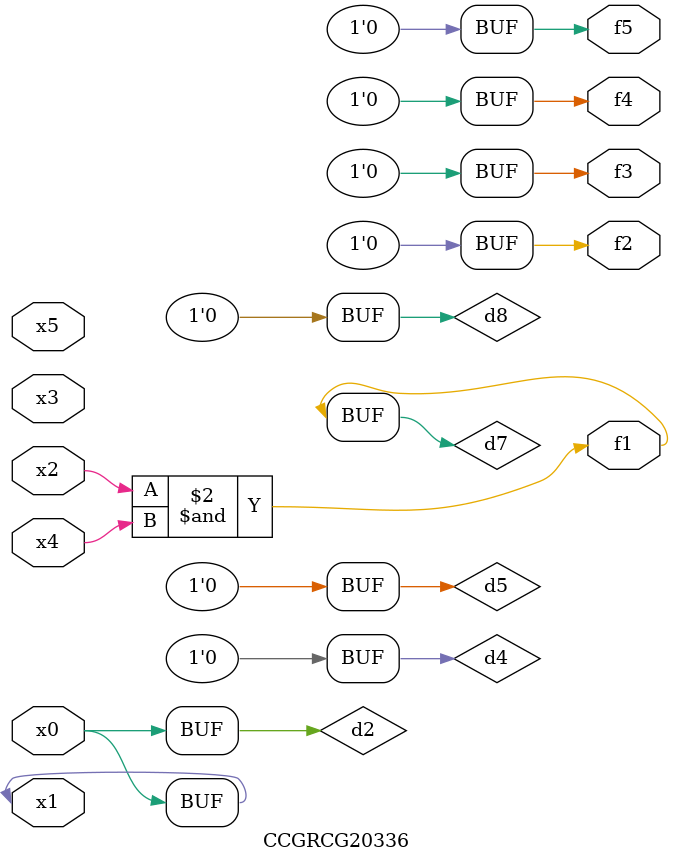
<source format=v>
module CCGRCG20336(
	input x0, x1, x2, x3, x4, x5,
	output f1, f2, f3, f4, f5
);

	wire d1, d2, d3, d4, d5, d6, d7, d8, d9;

	nand (d1, x1);
	buf (d2, x0, x1);
	nand (d3, x2, x4);
	and (d4, d1, d2);
	and (d5, d1, d2);
	nand (d6, d1, d3);
	not (d7, d3);
	xor (d8, d5);
	nor (d9, d5, d6);
	assign f1 = d7;
	assign f2 = d8;
	assign f3 = d8;
	assign f4 = d8;
	assign f5 = d8;
endmodule

</source>
